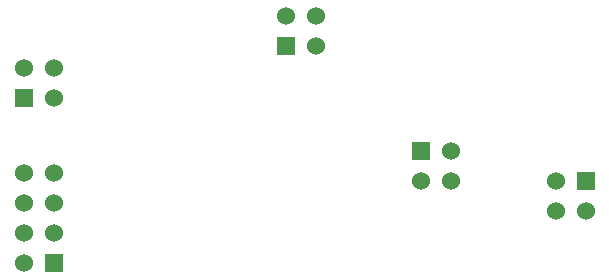
<source format=gbs>
G04 (created by PCBNEW (2013-may-18)-stable) date Wed 29 Apr 2015 01:54:15 AM PDT*
%MOIN*%
G04 Gerber Fmt 3.4, Leading zero omitted, Abs format*
%FSLAX34Y34*%
G01*
G70*
G90*
G04 APERTURE LIST*
%ADD10C,0.00590551*%
%ADD11R,0.06X0.06*%
%ADD12C,0.06*%
G04 APERTURE END LIST*
G54D10*
G54D11*
X21750Y-25250D03*
G54D12*
X20750Y-25250D03*
X21750Y-24250D03*
X20750Y-24250D03*
X21750Y-23250D03*
X20750Y-23250D03*
X21750Y-22250D03*
X20750Y-22250D03*
G54D11*
X29500Y-18000D03*
G54D12*
X29500Y-17000D03*
X30500Y-18000D03*
X30500Y-17000D03*
G54D11*
X34000Y-21500D03*
G54D12*
X35000Y-21500D03*
X34000Y-22500D03*
X35000Y-22500D03*
G54D11*
X39500Y-22500D03*
G54D12*
X39500Y-23500D03*
X38500Y-22500D03*
X38500Y-23500D03*
G54D11*
X20750Y-19750D03*
G54D12*
X20750Y-18750D03*
X21750Y-19750D03*
X21750Y-18750D03*
M02*

</source>
